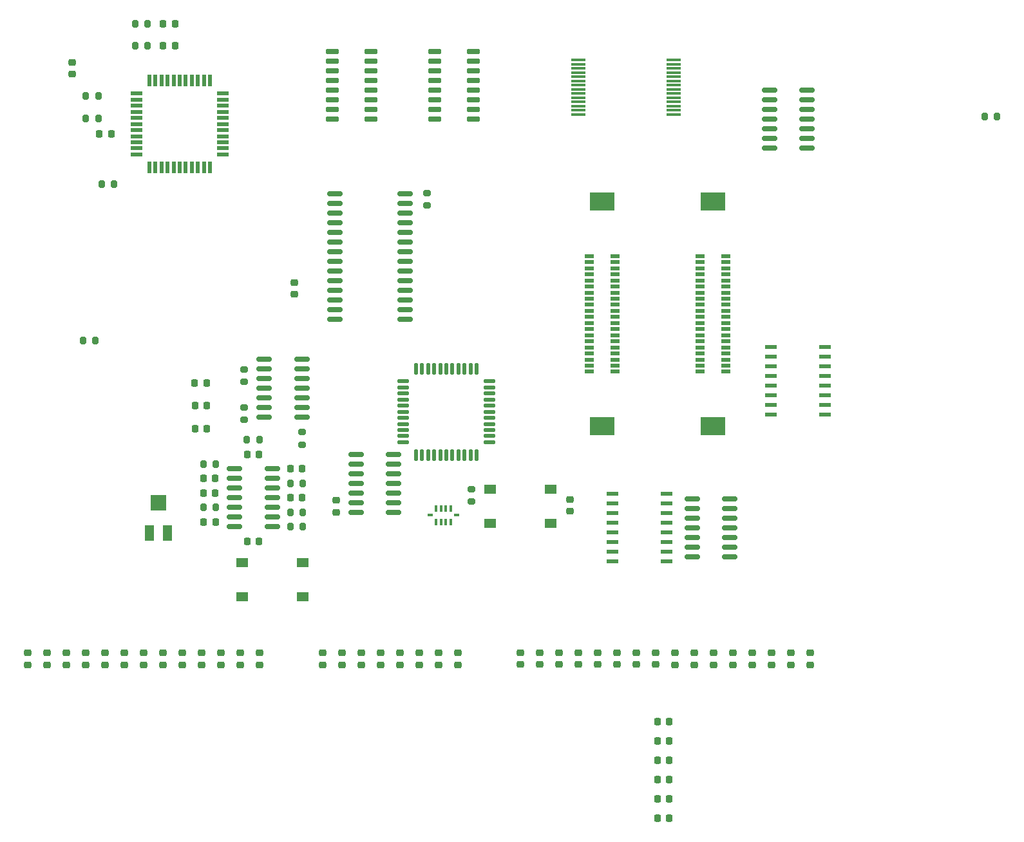
<source format=gbr>
%TF.GenerationSoftware,KiCad,Pcbnew,7.0.10*%
%TF.CreationDate,2024-03-05T20:32:04+01:00*%
%TF.ProjectId,z80,7a38302e-6b69-4636-9164-5f7063625858,1.0*%
%TF.SameCoordinates,Original*%
%TF.FileFunction,Paste,Top*%
%TF.FilePolarity,Positive*%
%FSLAX46Y46*%
G04 Gerber Fmt 4.6, Leading zero omitted, Abs format (unit mm)*
G04 Created by KiCad (PCBNEW 7.0.10) date 2024-03-05 20:32:04*
%MOMM*%
%LPD*%
G01*
G04 APERTURE LIST*
G04 Aperture macros list*
%AMRoundRect*
0 Rectangle with rounded corners*
0 $1 Rounding radius*
0 $2 $3 $4 $5 $6 $7 $8 $9 X,Y pos of 4 corners*
0 Add a 4 corners polygon primitive as box body*
4,1,4,$2,$3,$4,$5,$6,$7,$8,$9,$2,$3,0*
0 Add four circle primitives for the rounded corners*
1,1,$1+$1,$2,$3*
1,1,$1+$1,$4,$5*
1,1,$1+$1,$6,$7*
1,1,$1+$1,$8,$9*
0 Add four rect primitives between the rounded corners*
20,1,$1+$1,$2,$3,$4,$5,0*
20,1,$1+$1,$4,$5,$6,$7,0*
20,1,$1+$1,$6,$7,$8,$9,0*
20,1,$1+$1,$8,$9,$2,$3,0*%
G04 Aperture macros list end*
%ADD10RoundRect,0.200000X-0.200000X-0.275000X0.200000X-0.275000X0.200000X0.275000X-0.200000X0.275000X0*%
%ADD11R,1.550000X1.300000*%
%ADD12RoundRect,0.225000X0.225000X0.250000X-0.225000X0.250000X-0.225000X-0.250000X0.225000X-0.250000X0*%
%ADD13RoundRect,0.218750X0.256250X-0.218750X0.256250X0.218750X-0.256250X0.218750X-0.256250X-0.218750X0*%
%ADD14RoundRect,0.218750X-0.218750X-0.256250X0.218750X-0.256250X0.218750X0.256250X-0.218750X0.256250X0*%
%ADD15RoundRect,0.225000X-0.250000X0.225000X-0.250000X-0.225000X0.250000X-0.225000X0.250000X0.225000X0*%
%ADD16RoundRect,0.200000X0.275000X-0.200000X0.275000X0.200000X-0.275000X0.200000X-0.275000X-0.200000X0*%
%ADD17RoundRect,0.137500X-0.600000X-0.137500X0.600000X-0.137500X0.600000X0.137500X-0.600000X0.137500X0*%
%ADD18RoundRect,0.137500X-0.137500X-0.600000X0.137500X-0.600000X0.137500X0.600000X-0.137500X0.600000X0*%
%ADD19R,1.500000X0.600000*%
%ADD20RoundRect,0.200000X-0.275000X0.200000X-0.275000X-0.200000X0.275000X-0.200000X0.275000X0.200000X0*%
%ADD21RoundRect,0.150000X-0.825000X-0.150000X0.825000X-0.150000X0.825000X0.150000X-0.825000X0.150000X0*%
%ADD22R,1.200000X0.500000*%
%ADD23R,3.200000X2.450000*%
%ADD24R,1.870000X0.380000*%
%ADD25RoundRect,0.150000X-0.875000X-0.150000X0.875000X-0.150000X0.875000X0.150000X-0.875000X0.150000X0*%
%ADD26RoundRect,0.225000X-0.225000X-0.250000X0.225000X-0.250000X0.225000X0.250000X-0.225000X0.250000X0*%
%ADD27RoundRect,0.200000X0.200000X0.275000X-0.200000X0.275000X-0.200000X-0.275000X0.200000X-0.275000X0*%
%ADD28RoundRect,0.225000X0.250000X-0.225000X0.250000X0.225000X-0.250000X0.225000X-0.250000X-0.225000X0*%
%ADD29RoundRect,0.218750X0.218750X0.256250X-0.218750X0.256250X-0.218750X-0.256250X0.218750X-0.256250X0*%
%ADD30R,1.300000X2.000000*%
%ADD31R,2.000000X2.000000*%
%ADD32R,0.735600X0.458800*%
%ADD33R,0.306400X0.888000*%
%ADD34RoundRect,0.218750X-0.256250X0.218750X-0.256250X-0.218750X0.256250X-0.218750X0.256250X0.218750X0*%
%ADD35RoundRect,0.150000X-0.725000X-0.150000X0.725000X-0.150000X0.725000X0.150000X-0.725000X0.150000X0*%
%ADD36R,1.500000X0.550000*%
%ADD37R,0.550000X1.500000*%
G04 APERTURE END LIST*
D10*
%TO.C,R6*%
X112065000Y-92710000D03*
X113715000Y-92710000D03*
%TD*%
D11*
%TO.C,SW1*%
X125133000Y-110200000D03*
X117183000Y-110200000D03*
X125133000Y-105700000D03*
X117183000Y-105700000D03*
%TD*%
D12*
%TO.C,C7*%
X125095000Y-93345000D03*
X123545000Y-93345000D03*
%TD*%
D13*
%TO.C,D46*%
X184277000Y-119126000D03*
X184277000Y-117551000D03*
%TD*%
D14*
%TO.C,D2*%
X110946000Y-82041000D03*
X112521000Y-82041000D03*
%TD*%
D12*
%TO.C,C11*%
X99975000Y-49276000D03*
X98425000Y-49276000D03*
%TD*%
D13*
%TO.C,D17*%
X137922000Y-119126000D03*
X137922000Y-117551000D03*
%TD*%
%TO.C,D33*%
X119507000Y-119126000D03*
X119507000Y-117551000D03*
%TD*%
%TO.C,D15*%
X132842000Y-119126000D03*
X132842000Y-117551000D03*
%TD*%
%TO.C,D36*%
X158877000Y-119088500D03*
X158877000Y-117513500D03*
%TD*%
D10*
%TO.C,R11*%
X112065000Y-98425000D03*
X113715000Y-98425000D03*
%TD*%
D13*
%TO.C,D27*%
X104267000Y-119126000D03*
X104267000Y-117551000D03*
%TD*%
%TO.C,D14*%
X130302000Y-119126000D03*
X130302000Y-117551000D03*
%TD*%
D15*
%TO.C,C12*%
X94869000Y-39865000D03*
X94869000Y-41415000D03*
%TD*%
D16*
%TO.C,R13*%
X125095000Y-90170000D03*
X125095000Y-88520000D03*
%TD*%
D17*
%TO.C,CPU1*%
X138355500Y-81852000D03*
X138355500Y-82652000D03*
X138355500Y-83452000D03*
X138355500Y-84252000D03*
X138355500Y-85052000D03*
X138355500Y-85852000D03*
X138355500Y-86652000D03*
X138355500Y-87452000D03*
X138355500Y-88252000D03*
X138355500Y-89052000D03*
X138355500Y-89852000D03*
D18*
X140018000Y-91514500D03*
X140818000Y-91514500D03*
X141618000Y-91514500D03*
X142418000Y-91514500D03*
X143218000Y-91514500D03*
X144018000Y-91514500D03*
X144818000Y-91514500D03*
X145618000Y-91514500D03*
X146418000Y-91514500D03*
X147218000Y-91514500D03*
X148018000Y-91514500D03*
D17*
X149680500Y-89852000D03*
X149680500Y-89052000D03*
X149680500Y-88252000D03*
X149680500Y-87452000D03*
X149680500Y-86652000D03*
X149680500Y-85852000D03*
X149680500Y-85052000D03*
X149680500Y-84252000D03*
X149680500Y-83452000D03*
X149680500Y-82652000D03*
X149680500Y-81852000D03*
D18*
X148018000Y-80189500D03*
X147218000Y-80189500D03*
X146418000Y-80189500D03*
X145618000Y-80189500D03*
X144818000Y-80189500D03*
X144018000Y-80189500D03*
X143218000Y-80189500D03*
X142418000Y-80189500D03*
X141618000Y-80189500D03*
X140818000Y-80189500D03*
X140018000Y-80189500D03*
%TD*%
D13*
%TO.C,D28*%
X106807000Y-119126000D03*
X106807000Y-117551000D03*
%TD*%
%TO.C,D13*%
X127762000Y-119126000D03*
X127762000Y-117551000D03*
%TD*%
%TO.C,D30*%
X111887000Y-119126000D03*
X111887000Y-117551000D03*
%TD*%
D19*
%TO.C,U5*%
X186696000Y-77343000D03*
X186696000Y-78613000D03*
X186696000Y-79883000D03*
X186696000Y-81153000D03*
X186696000Y-82423000D03*
X186696000Y-83693000D03*
X186696000Y-84963000D03*
X186696000Y-86233000D03*
X193796000Y-86233000D03*
X193796000Y-84963000D03*
X193796000Y-83693000D03*
X193796000Y-82423000D03*
X193796000Y-81153000D03*
X193796000Y-79883000D03*
X193796000Y-78613000D03*
X193796000Y-77343000D03*
%TD*%
D13*
%TO.C,D25*%
X99187000Y-119126000D03*
X99187000Y-117551000D03*
%TD*%
%TO.C,D47*%
X186817000Y-119126000D03*
X186817000Y-117551000D03*
%TD*%
D11*
%TO.C,SW3*%
X157734000Y-100512000D03*
X149784000Y-100512000D03*
X157734000Y-96012000D03*
X149784000Y-96012000D03*
%TD*%
D13*
%TO.C,D37*%
X161417000Y-119088500D03*
X161417000Y-117513500D03*
%TD*%
%TO.C,D39*%
X166497000Y-119088500D03*
X166497000Y-117513500D03*
%TD*%
%TO.C,D16*%
X135382000Y-119126000D03*
X135382000Y-117551000D03*
%TD*%
D20*
%TO.C,R15*%
X147320000Y-96012000D03*
X147320000Y-97662000D03*
%TD*%
D12*
%TO.C,C5*%
X113665000Y-96520000D03*
X112115000Y-96520000D03*
%TD*%
D21*
%TO.C,U6*%
X186501000Y-43561000D03*
X186501000Y-44831000D03*
X186501000Y-46101000D03*
X186501000Y-47371000D03*
X186501000Y-48641000D03*
X186501000Y-49911000D03*
X186501000Y-51181000D03*
X191451000Y-51181000D03*
X191451000Y-49911000D03*
X191451000Y-48641000D03*
X191451000Y-47371000D03*
X191451000Y-46101000D03*
X191451000Y-44831000D03*
X191451000Y-43561000D03*
%TD*%
D22*
%TO.C,J3*%
X177346000Y-65380000D03*
X177346000Y-66180000D03*
X177346000Y-66980000D03*
X177346000Y-67780000D03*
X177346000Y-68580000D03*
X177346000Y-69380000D03*
X177346000Y-70180000D03*
X177346000Y-70980000D03*
X177346000Y-71780000D03*
X177346000Y-72580000D03*
X177346000Y-73380000D03*
X177346000Y-74180000D03*
X177346000Y-74980000D03*
X177346000Y-75780000D03*
X177346000Y-76580000D03*
X177346000Y-77380000D03*
X177346000Y-78180000D03*
X177346000Y-78980000D03*
X177346000Y-79780000D03*
X177346000Y-80580000D03*
X180746000Y-65380000D03*
X180746000Y-66180000D03*
X180746000Y-66980000D03*
X180746000Y-67780000D03*
X180746000Y-68580000D03*
X180746000Y-69380000D03*
X180746000Y-70180000D03*
X180746000Y-70980000D03*
X180746000Y-71780000D03*
X180746000Y-72580000D03*
X180746000Y-73380000D03*
X180746000Y-74180000D03*
X180746000Y-74980000D03*
X180746000Y-75780000D03*
X180746000Y-76580000D03*
X180746000Y-77380000D03*
X180746000Y-78180000D03*
X180746000Y-78980000D03*
X180746000Y-79780000D03*
X180746000Y-80580000D03*
D23*
X179046000Y-58205000D03*
X179046000Y-87755000D03*
%TD*%
D20*
%TO.C,R16*%
X141478000Y-57087000D03*
X141478000Y-58737000D03*
%TD*%
D24*
%TO.C,RAM1*%
X161370000Y-43455000D03*
X161370000Y-44005000D03*
X161370000Y-44555000D03*
X161370000Y-45105000D03*
X161370000Y-45655000D03*
X161370000Y-46205000D03*
X161370000Y-46755000D03*
X173910000Y-46755000D03*
X173910000Y-46205000D03*
X173910000Y-45655000D03*
X173910000Y-45105000D03*
X173910000Y-44555000D03*
X173910000Y-44005000D03*
X173910000Y-43455000D03*
X173910000Y-42905000D03*
X173910000Y-42355000D03*
X173910000Y-41805000D03*
X173910000Y-41255000D03*
X173910000Y-40705000D03*
X173910000Y-40155000D03*
X173910000Y-39605000D03*
X161370000Y-39605000D03*
X161370000Y-40155000D03*
X161370000Y-40705000D03*
X161370000Y-41255000D03*
X161370000Y-41805000D03*
X161370000Y-42355000D03*
X161370000Y-42905000D03*
%TD*%
D13*
%TO.C,D40*%
X169037000Y-119088500D03*
X169037000Y-117513500D03*
%TD*%
D14*
%TO.C,D11*%
X171780000Y-134243000D03*
X173355000Y-134243000D03*
%TD*%
D10*
%TO.C,R12*%
X123495000Y-99060000D03*
X125145000Y-99060000D03*
%TD*%
D13*
%TO.C,D49*%
X191897000Y-119126000D03*
X191897000Y-117551000D03*
%TD*%
D25*
%TO.C,ROM1*%
X129335000Y-57150000D03*
X129335000Y-58420000D03*
X129335000Y-59690000D03*
X129335000Y-60960000D03*
X129335000Y-62230000D03*
X129335000Y-63500000D03*
X129335000Y-64770000D03*
X129335000Y-66040000D03*
X129335000Y-67310000D03*
X129335000Y-68580000D03*
X129335000Y-69850000D03*
X129335000Y-71120000D03*
X129335000Y-72390000D03*
X129335000Y-73660000D03*
X138635000Y-73660000D03*
X138635000Y-72390000D03*
X138635000Y-71120000D03*
X138635000Y-69850000D03*
X138635000Y-68580000D03*
X138635000Y-67310000D03*
X138635000Y-66040000D03*
X138635000Y-64770000D03*
X138635000Y-63500000D03*
X138635000Y-62230000D03*
X138635000Y-60960000D03*
X138635000Y-59690000D03*
X138635000Y-58420000D03*
X138635000Y-57150000D03*
%TD*%
D13*
%TO.C,D20*%
X145542000Y-119126000D03*
X145542000Y-117551000D03*
%TD*%
D14*
%TO.C,D12*%
X171780000Y-136783000D03*
X173355000Y-136783000D03*
%TD*%
D26*
%TO.C,C4*%
X117830000Y-102870000D03*
X119380000Y-102870000D03*
%TD*%
D27*
%TO.C,R5*%
X119430000Y-89535000D03*
X117780000Y-89535000D03*
%TD*%
D16*
%TO.C,R7*%
X117475000Y-86930000D03*
X117475000Y-85280000D03*
%TD*%
D28*
%TO.C,C8*%
X160274000Y-98946000D03*
X160274000Y-97396000D03*
%TD*%
D10*
%TO.C,R17*%
X96647000Y-44323000D03*
X98297000Y-44323000D03*
%TD*%
D29*
%TO.C,D5*%
X113677500Y-100330000D03*
X112102500Y-100330000D03*
%TD*%
D21*
%TO.C,U8*%
X176341000Y-97282000D03*
X176341000Y-98552000D03*
X176341000Y-99822000D03*
X176341000Y-101092000D03*
X176341000Y-102362000D03*
X176341000Y-103632000D03*
X176341000Y-104902000D03*
X181291000Y-104902000D03*
X181291000Y-103632000D03*
X181291000Y-102362000D03*
X181291000Y-101092000D03*
X181291000Y-99822000D03*
X181291000Y-98552000D03*
X181291000Y-97282000D03*
%TD*%
D30*
%TO.C,RV1*%
X107322000Y-101822000D03*
D31*
X106172000Y-97822000D03*
D30*
X105022000Y-101822000D03*
%TD*%
D22*
%TO.C,J2*%
X162814000Y-65380000D03*
X162814000Y-66180000D03*
X162814000Y-66980000D03*
X162814000Y-67780000D03*
X162814000Y-68580000D03*
X162814000Y-69380000D03*
X162814000Y-70180000D03*
X162814000Y-70980000D03*
X162814000Y-71780000D03*
X162814000Y-72580000D03*
X162814000Y-73380000D03*
X162814000Y-74180000D03*
X162814000Y-74980000D03*
X162814000Y-75780000D03*
X162814000Y-76580000D03*
X162814000Y-77380000D03*
X162814000Y-78180000D03*
X162814000Y-78980000D03*
X162814000Y-79780000D03*
X162814000Y-80580000D03*
X166214000Y-65380000D03*
X166214000Y-66180000D03*
X166214000Y-66980000D03*
X166214000Y-67780000D03*
X166214000Y-68580000D03*
X166214000Y-69380000D03*
X166214000Y-70180000D03*
X166214000Y-70980000D03*
X166214000Y-71780000D03*
X166214000Y-72580000D03*
X166214000Y-73380000D03*
X166214000Y-74180000D03*
X166214000Y-74980000D03*
X166214000Y-75780000D03*
X166214000Y-76580000D03*
X166214000Y-77380000D03*
X166214000Y-78180000D03*
X166214000Y-78980000D03*
X166214000Y-79780000D03*
X166214000Y-80580000D03*
D23*
X164514000Y-58205000D03*
X164514000Y-87755000D03*
%TD*%
D13*
%TO.C,D42*%
X174117000Y-119126000D03*
X174117000Y-117551000D03*
%TD*%
D14*
%TO.C,D3*%
X106807000Y-37719000D03*
X108382000Y-37719000D03*
%TD*%
D27*
%TO.C,R1*%
X125145000Y-100965000D03*
X123495000Y-100965000D03*
%TD*%
D21*
%TO.C,CLK1*%
X116195000Y-93345000D03*
X116195000Y-94615000D03*
X116195000Y-95885000D03*
X116195000Y-97155000D03*
X116195000Y-98425000D03*
X116195000Y-99695000D03*
X116195000Y-100965000D03*
X121145000Y-100965000D03*
X121145000Y-99695000D03*
X121145000Y-98425000D03*
X121145000Y-97155000D03*
X121145000Y-95885000D03*
X121145000Y-94615000D03*
X121145000Y-93345000D03*
%TD*%
D13*
%TO.C,D24*%
X96647000Y-119126000D03*
X96647000Y-117551000D03*
%TD*%
D19*
%TO.C,U4*%
X165868000Y-96647000D03*
X165868000Y-97917000D03*
X165868000Y-99187000D03*
X165868000Y-100457000D03*
X165868000Y-101727000D03*
X165868000Y-102997000D03*
X165868000Y-104267000D03*
X165868000Y-105537000D03*
X172968000Y-105537000D03*
X172968000Y-104267000D03*
X172968000Y-102997000D03*
X172968000Y-101727000D03*
X172968000Y-100457000D03*
X172968000Y-99187000D03*
X172968000Y-97917000D03*
X172968000Y-96647000D03*
%TD*%
D27*
%TO.C,R22*%
X104774000Y-37719000D03*
X103124000Y-37719000D03*
%TD*%
D32*
%TO.C,RN1*%
X145395599Y-99441000D03*
X141878401Y-99441000D03*
D33*
X144589500Y-98558701D03*
X143954500Y-98558701D03*
X143319500Y-98558701D03*
X142684500Y-98558701D03*
X142684500Y-100323299D03*
X143319500Y-100323299D03*
X143954500Y-100323299D03*
X144589500Y-100323299D03*
%TD*%
D13*
%TO.C,D26*%
X101727000Y-119126000D03*
X101727000Y-117551000D03*
%TD*%
%TO.C,D31*%
X114427000Y-119126000D03*
X114427000Y-117551000D03*
%TD*%
%TO.C,D41*%
X171577000Y-119088500D03*
X171577000Y-117513500D03*
%TD*%
%TO.C,D19*%
X143002000Y-119126000D03*
X143002000Y-117551000D03*
%TD*%
D10*
%TO.C,R19*%
X96647000Y-47244000D03*
X98297000Y-47244000D03*
%TD*%
D13*
%TO.C,D29*%
X109347000Y-119126000D03*
X109347000Y-117551000D03*
%TD*%
D14*
%TO.C,D7*%
X171780000Y-126623000D03*
X173355000Y-126623000D03*
%TD*%
D13*
%TO.C,D45*%
X181737000Y-119126000D03*
X181737000Y-117551000D03*
%TD*%
%TO.C,D44*%
X179197000Y-119126000D03*
X179197000Y-117551000D03*
%TD*%
D34*
%TO.C,D6*%
X129540000Y-97498000D03*
X129540000Y-99073000D03*
%TD*%
D15*
%TO.C,C2*%
X124079000Y-68821000D03*
X124079000Y-70371000D03*
%TD*%
D10*
%TO.C,R8*%
X96266000Y-76454000D03*
X97916000Y-76454000D03*
%TD*%
D14*
%TO.C,D50*%
X171780000Y-139323000D03*
X173355000Y-139323000D03*
%TD*%
D27*
%TO.C,R9*%
X125145000Y-95250000D03*
X123495000Y-95250000D03*
%TD*%
D13*
%TO.C,D35*%
X156337000Y-119088500D03*
X156337000Y-117513500D03*
%TD*%
D27*
%TO.C,R21*%
X104774000Y-34798000D03*
X103124000Y-34798000D03*
%TD*%
D14*
%TO.C,D10*%
X171780000Y-131703000D03*
X173355000Y-131703000D03*
%TD*%
D10*
%TO.C,R18*%
X214758000Y-46990000D03*
X216408000Y-46990000D03*
%TD*%
D14*
%TO.C,D8*%
X110972500Y-88043327D03*
X112547500Y-88043327D03*
%TD*%
D10*
%TO.C,R4*%
X98680000Y-55880000D03*
X100330000Y-55880000D03*
%TD*%
D26*
%TO.C,C3*%
X117830000Y-91440000D03*
X119380000Y-91440000D03*
%TD*%
D35*
%TO.C,U3*%
X142459000Y-38481000D03*
X142459000Y-39751000D03*
X142459000Y-41021000D03*
X142459000Y-42291000D03*
X142459000Y-43561000D03*
X142459000Y-44831000D03*
X142459000Y-46101000D03*
X142459000Y-47371000D03*
X147609000Y-47371000D03*
X147609000Y-46101000D03*
X147609000Y-44831000D03*
X147609000Y-43561000D03*
X147609000Y-42291000D03*
X147609000Y-41021000D03*
X147609000Y-39751000D03*
X147609000Y-38481000D03*
%TD*%
D12*
%TO.C,C1*%
X113665000Y-94615000D03*
X112115000Y-94615000D03*
%TD*%
D14*
%TO.C,D1*%
X106807000Y-34798000D03*
X108382000Y-34798000D03*
%TD*%
D13*
%TO.C,D48*%
X189357000Y-119126000D03*
X189357000Y-117551000D03*
%TD*%
D14*
%TO.C,D4*%
X110972500Y-85043327D03*
X112547500Y-85043327D03*
%TD*%
D13*
%TO.C,D38*%
X163957000Y-119088500D03*
X163957000Y-117513500D03*
%TD*%
D21*
%TO.C,U9*%
X132145000Y-91440000D03*
X132145000Y-92710000D03*
X132145000Y-93980000D03*
X132145000Y-95250000D03*
X132145000Y-96520000D03*
X132145000Y-97790000D03*
X132145000Y-99060000D03*
X137095000Y-99060000D03*
X137095000Y-97790000D03*
X137095000Y-96520000D03*
X137095000Y-95250000D03*
X137095000Y-93980000D03*
X137095000Y-92710000D03*
X137095000Y-91440000D03*
%TD*%
D13*
%TO.C,D22*%
X91567000Y-119126000D03*
X91567000Y-117551000D03*
%TD*%
D26*
%TO.C,C6*%
X123545000Y-97155000D03*
X125095000Y-97155000D03*
%TD*%
D35*
%TO.C,U2*%
X128997000Y-38481000D03*
X128997000Y-39751000D03*
X128997000Y-41021000D03*
X128997000Y-42291000D03*
X128997000Y-43561000D03*
X128997000Y-44831000D03*
X128997000Y-46101000D03*
X128997000Y-47371000D03*
X134147000Y-47371000D03*
X134147000Y-46101000D03*
X134147000Y-44831000D03*
X134147000Y-43561000D03*
X134147000Y-42291000D03*
X134147000Y-41021000D03*
X134147000Y-39751000D03*
X134147000Y-38481000D03*
%TD*%
D13*
%TO.C,D43*%
X176657000Y-119126000D03*
X176657000Y-117551000D03*
%TD*%
%TO.C,D23*%
X94107000Y-119126000D03*
X94107000Y-117551000D03*
%TD*%
D21*
%TO.C,U1*%
X120080000Y-78930000D03*
X120080000Y-80200000D03*
X120080000Y-81470000D03*
X120080000Y-82740000D03*
X120080000Y-84010000D03*
X120080000Y-85280000D03*
X120080000Y-86550000D03*
X125030000Y-86550000D03*
X125030000Y-85280000D03*
X125030000Y-84010000D03*
X125030000Y-82740000D03*
X125030000Y-81470000D03*
X125030000Y-80200000D03*
X125030000Y-78930000D03*
%TD*%
D14*
%TO.C,D9*%
X171780000Y-129163000D03*
X173355000Y-129163000D03*
%TD*%
D36*
%TO.C,U11*%
X103266000Y-44006000D03*
X103266000Y-44806000D03*
X103266000Y-45606000D03*
X103266000Y-46406000D03*
X103266000Y-47206000D03*
X103266000Y-48006000D03*
X103266000Y-48806000D03*
X103266000Y-49606000D03*
X103266000Y-50406000D03*
X103266000Y-51206000D03*
X103266000Y-52006000D03*
D37*
X104966000Y-53706000D03*
X105766000Y-53706000D03*
X106566000Y-53706000D03*
X107366000Y-53706000D03*
X108166000Y-53706000D03*
X108966000Y-53706000D03*
X109766000Y-53706000D03*
X110566000Y-53706000D03*
X111366000Y-53706000D03*
X112166000Y-53706000D03*
X112966000Y-53706000D03*
D36*
X114666000Y-52006000D03*
X114666000Y-51206000D03*
X114666000Y-50406000D03*
X114666000Y-49606000D03*
X114666000Y-48806000D03*
X114666000Y-48006000D03*
X114666000Y-47206000D03*
X114666000Y-46406000D03*
X114666000Y-45606000D03*
X114666000Y-44806000D03*
X114666000Y-44006000D03*
D37*
X112966000Y-42306000D03*
X112166000Y-42306000D03*
X111366000Y-42306000D03*
X110566000Y-42306000D03*
X109766000Y-42306000D03*
X108966000Y-42306000D03*
X108166000Y-42306000D03*
X107366000Y-42306000D03*
X106566000Y-42306000D03*
X105766000Y-42306000D03*
X104966000Y-42306000D03*
%TD*%
D13*
%TO.C,D34*%
X153797000Y-119088500D03*
X153797000Y-117513500D03*
%TD*%
%TO.C,D18*%
X140462000Y-119126000D03*
X140462000Y-117551000D03*
%TD*%
%TO.C,D21*%
X89027000Y-119126000D03*
X89027000Y-117551000D03*
%TD*%
%TO.C,D32*%
X116967000Y-119126000D03*
X116967000Y-117551000D03*
%TD*%
D16*
%TO.C,R2*%
X117475000Y-81915000D03*
X117475000Y-80265000D03*
%TD*%
M02*

</source>
